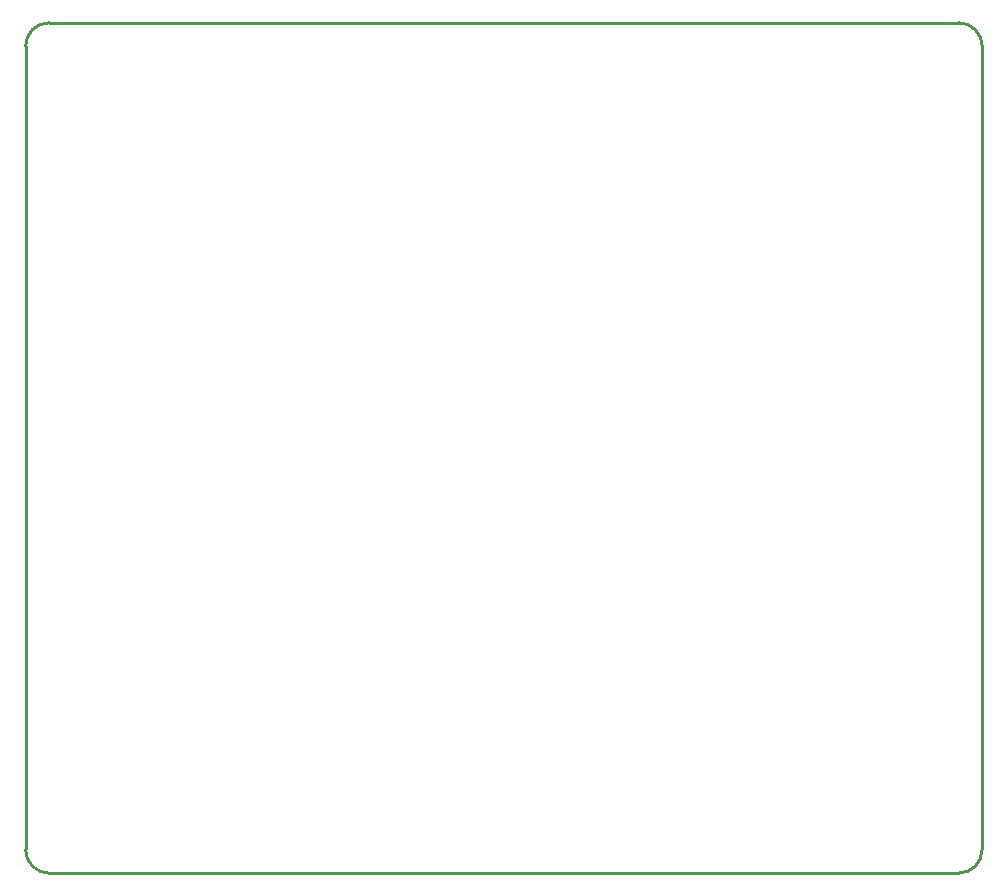
<source format=gko>
%FSLAX23Y23*%
%MOIN*%
G70*
G01*
G75*
G04 Layer_Color=16711935*
%ADD10R,0.039X0.037*%
%ADD11R,0.050X0.060*%
%ADD12R,0.060X0.050*%
%ADD13R,0.059X0.039*%
%ADD14R,0.083X0.026*%
%ADD15R,0.256X0.630*%
%ADD16R,0.035X0.031*%
%ADD17R,0.035X0.031*%
%ADD18R,0.028X0.031*%
%ADD19R,0.039X0.059*%
%ADD20R,0.197X0.197*%
%ADD21R,0.035X0.010*%
%ADD22R,0.010X0.035*%
%ADD23R,0.118X0.177*%
%ADD24R,0.079X0.295*%
%ADD25R,0.126X0.059*%
%ADD26R,0.055X0.150*%
%ADD27R,0.050X0.014*%
%ADD28R,0.110X0.020*%
%ADD29R,0.098X0.079*%
%ADD30R,0.087X0.024*%
%ADD31R,0.071X0.016*%
%ADD32R,0.079X0.079*%
%ADD33R,0.047X0.043*%
%ADD34R,0.043X0.047*%
%ADD35R,0.063X0.197*%
%ADD36R,0.010X0.026*%
%ADD37R,0.026X0.010*%
%ADD38R,0.150X0.150*%
%ADD39R,0.037X0.039*%
G04:AMPARAMS|DCode=40|XSize=14mil|YSize=33mil|CornerRadius=1mil|HoleSize=0mil|Usage=FLASHONLY|Rotation=270.000|XOffset=0mil|YOffset=0mil|HoleType=Round|Shape=RoundedRectangle|*
%AMROUNDEDRECTD40*
21,1,0.014,0.031,0,0,270.0*
21,1,0.011,0.033,0,0,270.0*
1,1,0.003,-0.015,-0.006*
1,1,0.003,-0.015,0.006*
1,1,0.003,0.015,0.006*
1,1,0.003,0.015,-0.006*
%
%ADD40ROUNDEDRECTD40*%
%ADD41R,0.063X0.094*%
%ADD42C,0.008*%
%ADD43C,0.015*%
%ADD44C,0.020*%
%ADD45C,0.025*%
%ADD46C,0.018*%
%ADD47C,0.012*%
%ADD48C,0.010*%
%ADD49C,0.075*%
%ADD50C,0.065*%
%ADD51C,0.118*%
%ADD52C,0.035*%
%ADD53C,0.025*%
%ADD54C,0.039*%
G04:AMPARAMS|DCode=55|XSize=197mil|YSize=60mil|CornerRadius=15mil|HoleSize=0mil|Usage=FLASHONLY|Rotation=90.000|XOffset=0mil|YOffset=0mil|HoleType=Round|Shape=RoundedRectangle|*
%AMROUNDEDRECTD55*
21,1,0.197,0.030,0,0,90.0*
21,1,0.167,0.060,0,0,90.0*
1,1,0.030,0.015,0.083*
1,1,0.030,0.015,-0.083*
1,1,0.030,-0.015,-0.083*
1,1,0.030,-0.015,0.083*
%
%ADD55ROUNDEDRECTD55*%
%ADD56C,0.008*%
%ADD57C,0.010*%
%ADD58C,0.024*%
%ADD59C,0.030*%
%ADD60R,0.047X0.045*%
%ADD61R,0.058X0.068*%
%ADD62R,0.068X0.058*%
%ADD63R,0.067X0.047*%
%ADD64R,0.091X0.034*%
%ADD65R,0.264X0.638*%
%ADD66R,0.043X0.039*%
%ADD67R,0.043X0.039*%
%ADD68R,0.036X0.039*%
%ADD69R,0.047X0.067*%
%ADD70R,0.205X0.205*%
%ADD71R,0.043X0.018*%
%ADD72R,0.018X0.043*%
%ADD73R,0.126X0.185*%
%ADD74R,0.087X0.303*%
%ADD75R,0.134X0.067*%
%ADD76R,0.063X0.158*%
%ADD77R,0.058X0.022*%
%ADD78R,0.118X0.028*%
%ADD79R,0.106X0.087*%
%ADD80R,0.095X0.032*%
%ADD81R,0.079X0.024*%
%ADD82R,0.087X0.087*%
%ADD83R,0.055X0.051*%
%ADD84R,0.051X0.055*%
%ADD85R,0.071X0.205*%
%ADD86R,0.018X0.034*%
%ADD87R,0.034X0.018*%
%ADD88R,0.158X0.158*%
%ADD89R,0.045X0.047*%
G04:AMPARAMS|DCode=90|XSize=22mil|YSize=41mil|CornerRadius=2mil|HoleSize=0mil|Usage=FLASHONLY|Rotation=270.000|XOffset=0mil|YOffset=0mil|HoleType=Round|Shape=RoundedRectangle|*
%AMROUNDEDRECTD90*
21,1,0.022,0.037,0,0,270.0*
21,1,0.017,0.041,0,0,270.0*
1,1,0.004,-0.019,-0.009*
1,1,0.004,-0.019,0.009*
1,1,0.004,0.019,0.009*
1,1,0.004,0.019,-0.009*
%
%ADD90ROUNDEDRECTD90*%
%ADD91R,0.071X0.102*%
%ADD92C,0.083*%
%ADD93C,0.073*%
%ADD94C,0.126*%
%ADD95C,0.043*%
%ADD96C,0.047*%
%ADD97C,0.033*%
G04:AMPARAMS|DCode=98|XSize=205mil|YSize=68mil|CornerRadius=17mil|HoleSize=0mil|Usage=FLASHONLY|Rotation=90.000|XOffset=0mil|YOffset=0mil|HoleType=Round|Shape=RoundedRectangle|*
%AMROUNDEDRECTD98*
21,1,0.205,0.034,0,0,90.0*
21,1,0.171,0.068,0,0,90.0*
1,1,0.034,0.017,0.085*
1,1,0.034,0.017,-0.085*
1,1,0.034,-0.017,-0.085*
1,1,0.034,-0.017,0.085*
%
%ADD98ROUNDEDRECTD98*%
D48*
X3110Y-0D02*
G03*
X3189Y79I0J79D01*
G01*
X-0Y79D02*
G03*
X79Y0I79J0D01*
G01*
X3189Y2756D02*
G03*
X3110Y2835I-79J0D01*
G01*
X79D02*
G03*
X0Y2756I0J-79D01*
G01*
Y79D02*
Y2756D01*
X3189Y79D02*
Y2756D01*
X79Y-0D02*
X3110D01*
X79Y2835D02*
X3110D01*
M02*

</source>
